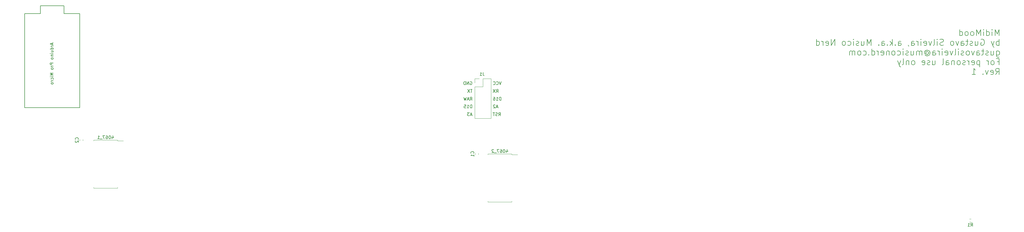
<source format=gbr>
%TF.GenerationSoftware,KiCad,Pcbnew,(5.1.7-0-10_14)*%
%TF.CreationDate,2020-11-05T11:53:55-03:00*%
%TF.ProjectId,MiniMood,4d696e69-4d6f-46f6-942e-6b696361645f,1*%
%TF.SameCoordinates,Original*%
%TF.FileFunction,Legend,Bot*%
%TF.FilePolarity,Positive*%
%FSLAX46Y46*%
G04 Gerber Fmt 4.6, Leading zero omitted, Abs format (unit mm)*
G04 Created by KiCad (PCBNEW (5.1.7-0-10_14)) date 2020-11-05 11:53:55*
%MOMM*%
%LPD*%
G01*
G04 APERTURE LIST*
%ADD10C,0.120000*%
%ADD11C,0.150000*%
G04 APERTURE END LIST*
D10*
X262000000Y-54100000D02*
X262000000Y-43900000D01*
X267200000Y-54100000D02*
X262000000Y-54100000D01*
X267200000Y-41300000D02*
X267200000Y-54100000D01*
X264600000Y-41300000D02*
X267200000Y-41300000D01*
X264600000Y-43900000D02*
X264600000Y-41300000D01*
X262000000Y-43900000D02*
X264600000Y-43900000D01*
X262000000Y-41300000D02*
X263400000Y-41300000D01*
X262000000Y-42600000D02*
X262000000Y-41300000D01*
D11*
X269362857Y-50476666D02*
X268886667Y-50476666D01*
X269458095Y-50762380D02*
X269124762Y-49762380D01*
X268791429Y-50762380D01*
X268505714Y-49857619D02*
X268458095Y-49810000D01*
X268362857Y-49762380D01*
X268124762Y-49762380D01*
X268029524Y-49810000D01*
X267981905Y-49857619D01*
X267934286Y-49952857D01*
X267934286Y-50048095D01*
X267981905Y-50190952D01*
X268553333Y-50762380D01*
X267934286Y-50762380D01*
X268886666Y-45742380D02*
X269220000Y-45266190D01*
X269458095Y-45742380D02*
X269458095Y-44742380D01*
X269077142Y-44742380D01*
X268981904Y-44790000D01*
X268934285Y-44837619D01*
X268886666Y-44932857D01*
X268886666Y-45075714D01*
X268934285Y-45170952D01*
X268981904Y-45218571D01*
X269077142Y-45266190D01*
X269458095Y-45266190D01*
X268553333Y-44742380D02*
X267886666Y-45742380D01*
X267886666Y-44742380D02*
X268553333Y-45742380D01*
X269648572Y-53272380D02*
X269981905Y-52796190D01*
X270220000Y-53272380D02*
X270220000Y-52272380D01*
X269839048Y-52272380D01*
X269743810Y-52320000D01*
X269696191Y-52367619D01*
X269648572Y-52462857D01*
X269648572Y-52605714D01*
X269696191Y-52700952D01*
X269743810Y-52748571D01*
X269839048Y-52796190D01*
X270220000Y-52796190D01*
X269267619Y-53224761D02*
X269124762Y-53272380D01*
X268886667Y-53272380D01*
X268791429Y-53224761D01*
X268743810Y-53177142D01*
X268696191Y-53081904D01*
X268696191Y-52986666D01*
X268743810Y-52891428D01*
X268791429Y-52843809D01*
X268886667Y-52796190D01*
X269077143Y-52748571D01*
X269172381Y-52700952D01*
X269220000Y-52653333D01*
X269267619Y-52558095D01*
X269267619Y-52462857D01*
X269220000Y-52367619D01*
X269172381Y-52320000D01*
X269077143Y-52272380D01*
X268839048Y-52272380D01*
X268696191Y-52320000D01*
X268410476Y-52272380D02*
X267839048Y-52272380D01*
X268124762Y-53272380D02*
X268124762Y-52272380D01*
X270505714Y-42232380D02*
X270172381Y-43232380D01*
X269839047Y-42232380D01*
X268934285Y-43137142D02*
X268981904Y-43184761D01*
X269124761Y-43232380D01*
X269220000Y-43232380D01*
X269362857Y-43184761D01*
X269458095Y-43089523D01*
X269505714Y-42994285D01*
X269553333Y-42803809D01*
X269553333Y-42660952D01*
X269505714Y-42470476D01*
X269458095Y-42375238D01*
X269362857Y-42280000D01*
X269220000Y-42232380D01*
X269124761Y-42232380D01*
X268981904Y-42280000D01*
X268934285Y-42327619D01*
X267934285Y-43137142D02*
X267981904Y-43184761D01*
X268124761Y-43232380D01*
X268220000Y-43232380D01*
X268362857Y-43184761D01*
X268458095Y-43089523D01*
X268505714Y-42994285D01*
X268553333Y-42803809D01*
X268553333Y-42660952D01*
X268505714Y-42470476D01*
X268458095Y-42375238D01*
X268362857Y-42280000D01*
X268220000Y-42232380D01*
X268124761Y-42232380D01*
X267981904Y-42280000D01*
X267934285Y-42327619D01*
X270410476Y-48252380D02*
X270410476Y-47252380D01*
X270172381Y-47252380D01*
X270029524Y-47300000D01*
X269934286Y-47395238D01*
X269886667Y-47490476D01*
X269839048Y-47680952D01*
X269839048Y-47823809D01*
X269886667Y-48014285D01*
X269934286Y-48109523D01*
X270029524Y-48204761D01*
X270172381Y-48252380D01*
X270410476Y-48252380D01*
X268886667Y-48252380D02*
X269458095Y-48252380D01*
X269172381Y-48252380D02*
X269172381Y-47252380D01*
X269267619Y-47395238D01*
X269362857Y-47490476D01*
X269458095Y-47538095D01*
X268029524Y-47252380D02*
X268220000Y-47252380D01*
X268315238Y-47300000D01*
X268362857Y-47347619D01*
X268458095Y-47490476D01*
X268505714Y-47680952D01*
X268505714Y-48061904D01*
X268458095Y-48157142D01*
X268410476Y-48204761D01*
X268315238Y-48252380D01*
X268124762Y-48252380D01*
X268029524Y-48204761D01*
X267981905Y-48157142D01*
X267934286Y-48061904D01*
X267934286Y-47823809D01*
X267981905Y-47728571D01*
X268029524Y-47680952D01*
X268124762Y-47633333D01*
X268315238Y-47633333D01*
X268410476Y-47680952D01*
X268458095Y-47728571D01*
X268505714Y-47823809D01*
X261053333Y-52986666D02*
X260577143Y-52986666D01*
X261148571Y-53272380D02*
X260815238Y-52272380D01*
X260481905Y-53272380D01*
X260243809Y-52272380D02*
X259624762Y-52272380D01*
X259958095Y-52653333D01*
X259815238Y-52653333D01*
X259720000Y-52700952D01*
X259672381Y-52748571D01*
X259624762Y-52843809D01*
X259624762Y-53081904D01*
X259672381Y-53177142D01*
X259720000Y-53224761D01*
X259815238Y-53272380D01*
X260100952Y-53272380D01*
X260196190Y-53224761D01*
X260243809Y-53177142D01*
X261005714Y-50762380D02*
X261005714Y-49762380D01*
X260767619Y-49762380D01*
X260624762Y-49810000D01*
X260529524Y-49905238D01*
X260481905Y-50000476D01*
X260434286Y-50190952D01*
X260434286Y-50333809D01*
X260481905Y-50524285D01*
X260529524Y-50619523D01*
X260624762Y-50714761D01*
X260767619Y-50762380D01*
X261005714Y-50762380D01*
X259481905Y-50762380D02*
X260053333Y-50762380D01*
X259767619Y-50762380D02*
X259767619Y-49762380D01*
X259862857Y-49905238D01*
X259958095Y-50000476D01*
X260053333Y-50048095D01*
X258577143Y-49762380D02*
X259053333Y-49762380D01*
X259100952Y-50238571D01*
X259053333Y-50190952D01*
X258958095Y-50143333D01*
X258720000Y-50143333D01*
X258624762Y-50190952D01*
X258577143Y-50238571D01*
X258529524Y-50333809D01*
X258529524Y-50571904D01*
X258577143Y-50667142D01*
X258624762Y-50714761D01*
X258720000Y-50762380D01*
X258958095Y-50762380D01*
X259053333Y-50714761D01*
X259100952Y-50667142D01*
X260434286Y-48252380D02*
X260767619Y-47776190D01*
X261005714Y-48252380D02*
X261005714Y-47252380D01*
X260624762Y-47252380D01*
X260529524Y-47300000D01*
X260481905Y-47347619D01*
X260434286Y-47442857D01*
X260434286Y-47585714D01*
X260481905Y-47680952D01*
X260529524Y-47728571D01*
X260624762Y-47776190D01*
X261005714Y-47776190D01*
X260053333Y-47966666D02*
X259577143Y-47966666D01*
X260148571Y-48252380D02*
X259815238Y-47252380D01*
X259481905Y-48252380D01*
X259243810Y-47252380D02*
X259005714Y-48252380D01*
X258815238Y-47538095D01*
X258624762Y-48252380D01*
X258386667Y-47252380D01*
X261148571Y-44742380D02*
X260577143Y-44742380D01*
X260862857Y-45742380D02*
X260862857Y-44742380D01*
X260339047Y-44742380D02*
X259672381Y-45742380D01*
X259672381Y-44742380D02*
X260339047Y-45742380D01*
X260481904Y-42280000D02*
X260577142Y-42232380D01*
X260720000Y-42232380D01*
X260862857Y-42280000D01*
X260958095Y-42375238D01*
X261005714Y-42470476D01*
X261053333Y-42660952D01*
X261053333Y-42803809D01*
X261005714Y-42994285D01*
X260958095Y-43089523D01*
X260862857Y-43184761D01*
X260720000Y-43232380D01*
X260624761Y-43232380D01*
X260481904Y-43184761D01*
X260434285Y-43137142D01*
X260434285Y-42803809D01*
X260624761Y-42803809D01*
X260005714Y-43232380D02*
X260005714Y-42232380D01*
X259434285Y-43232380D01*
X259434285Y-42232380D01*
X258958095Y-43232380D02*
X258958095Y-42232380D01*
X258720000Y-42232380D01*
X258577142Y-42280000D01*
X258481904Y-42375238D01*
X258434285Y-42470476D01*
X258386666Y-42660952D01*
X258386666Y-42803809D01*
X258434285Y-42994285D01*
X258481904Y-43089523D01*
X258577142Y-43184761D01*
X258720000Y-43232380D01*
X258958095Y-43232380D01*
X431246309Y-27324761D02*
X431246309Y-25324761D01*
X430579642Y-26753333D01*
X429912976Y-25324761D01*
X429912976Y-27324761D01*
X428960595Y-27324761D02*
X428960595Y-25991428D01*
X428960595Y-25324761D02*
X429055833Y-25420000D01*
X428960595Y-25515238D01*
X428865357Y-25420000D01*
X428960595Y-25324761D01*
X428960595Y-25515238D01*
X427151071Y-27324761D02*
X427151071Y-25324761D01*
X427151071Y-27229523D02*
X427341547Y-27324761D01*
X427722500Y-27324761D01*
X427912976Y-27229523D01*
X428008214Y-27134285D01*
X428103452Y-26943809D01*
X428103452Y-26372380D01*
X428008214Y-26181904D01*
X427912976Y-26086666D01*
X427722500Y-25991428D01*
X427341547Y-25991428D01*
X427151071Y-26086666D01*
X426198690Y-27324761D02*
X426198690Y-25991428D01*
X426198690Y-25324761D02*
X426293928Y-25420000D01*
X426198690Y-25515238D01*
X426103452Y-25420000D01*
X426198690Y-25324761D01*
X426198690Y-25515238D01*
X425246309Y-27324761D02*
X425246309Y-25324761D01*
X424579642Y-26753333D01*
X423912976Y-25324761D01*
X423912976Y-27324761D01*
X422674880Y-27324761D02*
X422865357Y-27229523D01*
X422960595Y-27134285D01*
X423055833Y-26943809D01*
X423055833Y-26372380D01*
X422960595Y-26181904D01*
X422865357Y-26086666D01*
X422674880Y-25991428D01*
X422389166Y-25991428D01*
X422198690Y-26086666D01*
X422103452Y-26181904D01*
X422008214Y-26372380D01*
X422008214Y-26943809D01*
X422103452Y-27134285D01*
X422198690Y-27229523D01*
X422389166Y-27324761D01*
X422674880Y-27324761D01*
X420865357Y-27324761D02*
X421055833Y-27229523D01*
X421151071Y-27134285D01*
X421246309Y-26943809D01*
X421246309Y-26372380D01*
X421151071Y-26181904D01*
X421055833Y-26086666D01*
X420865357Y-25991428D01*
X420579642Y-25991428D01*
X420389166Y-26086666D01*
X420293928Y-26181904D01*
X420198690Y-26372380D01*
X420198690Y-26943809D01*
X420293928Y-27134285D01*
X420389166Y-27229523D01*
X420579642Y-27324761D01*
X420865357Y-27324761D01*
X418484404Y-27324761D02*
X418484404Y-25324761D01*
X418484404Y-27229523D02*
X418674880Y-27324761D01*
X419055833Y-27324761D01*
X419246309Y-27229523D01*
X419341547Y-27134285D01*
X419436785Y-26943809D01*
X419436785Y-26372380D01*
X419341547Y-26181904D01*
X419246309Y-26086666D01*
X419055833Y-25991428D01*
X418674880Y-25991428D01*
X418484404Y-26086666D01*
X431246309Y-30474761D02*
X431246309Y-28474761D01*
X431246309Y-29236666D02*
X431055833Y-29141428D01*
X430674880Y-29141428D01*
X430484404Y-29236666D01*
X430389166Y-29331904D01*
X430293928Y-29522380D01*
X430293928Y-30093809D01*
X430389166Y-30284285D01*
X430484404Y-30379523D01*
X430674880Y-30474761D01*
X431055833Y-30474761D01*
X431246309Y-30379523D01*
X429627261Y-29141428D02*
X429151071Y-30474761D01*
X428674880Y-29141428D02*
X429151071Y-30474761D01*
X429341547Y-30950952D01*
X429436785Y-31046190D01*
X429627261Y-31141428D01*
X425341547Y-28570000D02*
X425532023Y-28474761D01*
X425817738Y-28474761D01*
X426103452Y-28570000D01*
X426293928Y-28760476D01*
X426389166Y-28950952D01*
X426484404Y-29331904D01*
X426484404Y-29617619D01*
X426389166Y-29998571D01*
X426293928Y-30189047D01*
X426103452Y-30379523D01*
X425817738Y-30474761D01*
X425627261Y-30474761D01*
X425341547Y-30379523D01*
X425246309Y-30284285D01*
X425246309Y-29617619D01*
X425627261Y-29617619D01*
X423532023Y-29141428D02*
X423532023Y-30474761D01*
X424389166Y-29141428D02*
X424389166Y-30189047D01*
X424293928Y-30379523D01*
X424103452Y-30474761D01*
X423817738Y-30474761D01*
X423627261Y-30379523D01*
X423532023Y-30284285D01*
X422674880Y-30379523D02*
X422484404Y-30474761D01*
X422103452Y-30474761D01*
X421912976Y-30379523D01*
X421817738Y-30189047D01*
X421817738Y-30093809D01*
X421912976Y-29903333D01*
X422103452Y-29808095D01*
X422389166Y-29808095D01*
X422579642Y-29712857D01*
X422674880Y-29522380D01*
X422674880Y-29427142D01*
X422579642Y-29236666D01*
X422389166Y-29141428D01*
X422103452Y-29141428D01*
X421912976Y-29236666D01*
X421246309Y-29141428D02*
X420484404Y-29141428D01*
X420960595Y-28474761D02*
X420960595Y-30189047D01*
X420865357Y-30379523D01*
X420674880Y-30474761D01*
X420484404Y-30474761D01*
X418960595Y-30474761D02*
X418960595Y-29427142D01*
X419055833Y-29236666D01*
X419246309Y-29141428D01*
X419627261Y-29141428D01*
X419817738Y-29236666D01*
X418960595Y-30379523D02*
X419151071Y-30474761D01*
X419627261Y-30474761D01*
X419817738Y-30379523D01*
X419912976Y-30189047D01*
X419912976Y-29998571D01*
X419817738Y-29808095D01*
X419627261Y-29712857D01*
X419151071Y-29712857D01*
X418960595Y-29617619D01*
X418198690Y-29141428D02*
X417722500Y-30474761D01*
X417246309Y-29141428D01*
X416198690Y-30474761D02*
X416389166Y-30379523D01*
X416484404Y-30284285D01*
X416579642Y-30093809D01*
X416579642Y-29522380D01*
X416484404Y-29331904D01*
X416389166Y-29236666D01*
X416198690Y-29141428D01*
X415912976Y-29141428D01*
X415722500Y-29236666D01*
X415627261Y-29331904D01*
X415532023Y-29522380D01*
X415532023Y-30093809D01*
X415627261Y-30284285D01*
X415722500Y-30379523D01*
X415912976Y-30474761D01*
X416198690Y-30474761D01*
X413246309Y-30379523D02*
X412960595Y-30474761D01*
X412484404Y-30474761D01*
X412293928Y-30379523D01*
X412198690Y-30284285D01*
X412103452Y-30093809D01*
X412103452Y-29903333D01*
X412198690Y-29712857D01*
X412293928Y-29617619D01*
X412484404Y-29522380D01*
X412865357Y-29427142D01*
X413055833Y-29331904D01*
X413151071Y-29236666D01*
X413246309Y-29046190D01*
X413246309Y-28855714D01*
X413151071Y-28665238D01*
X413055833Y-28570000D01*
X412865357Y-28474761D01*
X412389166Y-28474761D01*
X412103452Y-28570000D01*
X411246309Y-30474761D02*
X411246309Y-29141428D01*
X411246309Y-28474761D02*
X411341547Y-28570000D01*
X411246309Y-28665238D01*
X411151071Y-28570000D01*
X411246309Y-28474761D01*
X411246309Y-28665238D01*
X410008214Y-30474761D02*
X410198690Y-30379523D01*
X410293928Y-30189047D01*
X410293928Y-28474761D01*
X409436785Y-29141428D02*
X408960595Y-30474761D01*
X408484404Y-29141428D01*
X406960595Y-30379523D02*
X407151071Y-30474761D01*
X407532023Y-30474761D01*
X407722500Y-30379523D01*
X407817738Y-30189047D01*
X407817738Y-29427142D01*
X407722500Y-29236666D01*
X407532023Y-29141428D01*
X407151071Y-29141428D01*
X406960595Y-29236666D01*
X406865357Y-29427142D01*
X406865357Y-29617619D01*
X407817738Y-29808095D01*
X406008214Y-30474761D02*
X406008214Y-29141428D01*
X406008214Y-28474761D02*
X406103452Y-28570000D01*
X406008214Y-28665238D01*
X405912976Y-28570000D01*
X406008214Y-28474761D01*
X406008214Y-28665238D01*
X405055833Y-30474761D02*
X405055833Y-29141428D01*
X405055833Y-29522380D02*
X404960595Y-29331904D01*
X404865357Y-29236666D01*
X404674880Y-29141428D01*
X404484404Y-29141428D01*
X402960595Y-30474761D02*
X402960595Y-29427142D01*
X403055833Y-29236666D01*
X403246309Y-29141428D01*
X403627261Y-29141428D01*
X403817738Y-29236666D01*
X402960595Y-30379523D02*
X403151071Y-30474761D01*
X403627261Y-30474761D01*
X403817738Y-30379523D01*
X403912976Y-30189047D01*
X403912976Y-29998571D01*
X403817738Y-29808095D01*
X403627261Y-29712857D01*
X403151071Y-29712857D01*
X402960595Y-29617619D01*
X401912976Y-30379523D02*
X401912976Y-30474761D01*
X402008214Y-30665238D01*
X402103452Y-30760476D01*
X398674880Y-30474761D02*
X398674880Y-29427142D01*
X398770119Y-29236666D01*
X398960595Y-29141428D01*
X399341547Y-29141428D01*
X399532023Y-29236666D01*
X398674880Y-30379523D02*
X398865357Y-30474761D01*
X399341547Y-30474761D01*
X399532023Y-30379523D01*
X399627261Y-30189047D01*
X399627261Y-29998571D01*
X399532023Y-29808095D01*
X399341547Y-29712857D01*
X398865357Y-29712857D01*
X398674880Y-29617619D01*
X397722500Y-30284285D02*
X397627261Y-30379523D01*
X397722500Y-30474761D01*
X397817738Y-30379523D01*
X397722500Y-30284285D01*
X397722500Y-30474761D01*
X396770119Y-30474761D02*
X396770119Y-28474761D01*
X396579642Y-29712857D02*
X396008214Y-30474761D01*
X396008214Y-29141428D02*
X396770119Y-29903333D01*
X395151071Y-30284285D02*
X395055833Y-30379523D01*
X395151071Y-30474761D01*
X395246309Y-30379523D01*
X395151071Y-30284285D01*
X395151071Y-30474761D01*
X393341547Y-30474761D02*
X393341547Y-29427142D01*
X393436785Y-29236666D01*
X393627261Y-29141428D01*
X394008214Y-29141428D01*
X394198690Y-29236666D01*
X393341547Y-30379523D02*
X393532023Y-30474761D01*
X394008214Y-30474761D01*
X394198690Y-30379523D01*
X394293928Y-30189047D01*
X394293928Y-29998571D01*
X394198690Y-29808095D01*
X394008214Y-29712857D01*
X393532023Y-29712857D01*
X393341547Y-29617619D01*
X392389166Y-30284285D02*
X392293928Y-30379523D01*
X392389166Y-30474761D01*
X392484404Y-30379523D01*
X392389166Y-30284285D01*
X392389166Y-30474761D01*
X389912976Y-30474761D02*
X389912976Y-28474761D01*
X389246309Y-29903333D01*
X388579642Y-28474761D01*
X388579642Y-30474761D01*
X386770119Y-29141428D02*
X386770119Y-30474761D01*
X387627261Y-29141428D02*
X387627261Y-30189047D01*
X387532023Y-30379523D01*
X387341547Y-30474761D01*
X387055833Y-30474761D01*
X386865357Y-30379523D01*
X386770119Y-30284285D01*
X385912976Y-30379523D02*
X385722500Y-30474761D01*
X385341547Y-30474761D01*
X385151071Y-30379523D01*
X385055833Y-30189047D01*
X385055833Y-30093809D01*
X385151071Y-29903333D01*
X385341547Y-29808095D01*
X385627261Y-29808095D01*
X385817738Y-29712857D01*
X385912976Y-29522380D01*
X385912976Y-29427142D01*
X385817738Y-29236666D01*
X385627261Y-29141428D01*
X385341547Y-29141428D01*
X385151071Y-29236666D01*
X384198690Y-30474761D02*
X384198690Y-29141428D01*
X384198690Y-28474761D02*
X384293928Y-28570000D01*
X384198690Y-28665238D01*
X384103452Y-28570000D01*
X384198690Y-28474761D01*
X384198690Y-28665238D01*
X382389166Y-30379523D02*
X382579642Y-30474761D01*
X382960595Y-30474761D01*
X383151071Y-30379523D01*
X383246309Y-30284285D01*
X383341547Y-30093809D01*
X383341547Y-29522380D01*
X383246309Y-29331904D01*
X383151071Y-29236666D01*
X382960595Y-29141428D01*
X382579642Y-29141428D01*
X382389166Y-29236666D01*
X381246309Y-30474761D02*
X381436785Y-30379523D01*
X381532023Y-30284285D01*
X381627261Y-30093809D01*
X381627261Y-29522380D01*
X381532023Y-29331904D01*
X381436785Y-29236666D01*
X381246309Y-29141428D01*
X380960595Y-29141428D01*
X380770119Y-29236666D01*
X380674880Y-29331904D01*
X380579642Y-29522380D01*
X380579642Y-30093809D01*
X380674880Y-30284285D01*
X380770119Y-30379523D01*
X380960595Y-30474761D01*
X381246309Y-30474761D01*
X378198690Y-30474761D02*
X378198690Y-28474761D01*
X377055833Y-30474761D01*
X377055833Y-28474761D01*
X375341547Y-30379523D02*
X375532023Y-30474761D01*
X375912976Y-30474761D01*
X376103452Y-30379523D01*
X376198690Y-30189047D01*
X376198690Y-29427142D01*
X376103452Y-29236666D01*
X375912976Y-29141428D01*
X375532023Y-29141428D01*
X375341547Y-29236666D01*
X375246309Y-29427142D01*
X375246309Y-29617619D01*
X376198690Y-29808095D01*
X374389166Y-30474761D02*
X374389166Y-29141428D01*
X374389166Y-29522380D02*
X374293928Y-29331904D01*
X374198690Y-29236666D01*
X374008214Y-29141428D01*
X373817738Y-29141428D01*
X372293928Y-30474761D02*
X372293928Y-28474761D01*
X372293928Y-30379523D02*
X372484404Y-30474761D01*
X372865357Y-30474761D01*
X373055833Y-30379523D01*
X373151071Y-30284285D01*
X373246309Y-30093809D01*
X373246309Y-29522380D01*
X373151071Y-29331904D01*
X373055833Y-29236666D01*
X372865357Y-29141428D01*
X372484404Y-29141428D01*
X372293928Y-29236666D01*
X430389166Y-32291428D02*
X430389166Y-33910476D01*
X430484404Y-34100952D01*
X430579642Y-34196190D01*
X430770119Y-34291428D01*
X431055833Y-34291428D01*
X431246309Y-34196190D01*
X430389166Y-33529523D02*
X430579642Y-33624761D01*
X430960595Y-33624761D01*
X431151071Y-33529523D01*
X431246309Y-33434285D01*
X431341547Y-33243809D01*
X431341547Y-32672380D01*
X431246309Y-32481904D01*
X431151071Y-32386666D01*
X430960595Y-32291428D01*
X430579642Y-32291428D01*
X430389166Y-32386666D01*
X428579642Y-32291428D02*
X428579642Y-33624761D01*
X429436785Y-32291428D02*
X429436785Y-33339047D01*
X429341547Y-33529523D01*
X429151071Y-33624761D01*
X428865357Y-33624761D01*
X428674880Y-33529523D01*
X428579642Y-33434285D01*
X427722500Y-33529523D02*
X427532023Y-33624761D01*
X427151071Y-33624761D01*
X426960595Y-33529523D01*
X426865357Y-33339047D01*
X426865357Y-33243809D01*
X426960595Y-33053333D01*
X427151071Y-32958095D01*
X427436785Y-32958095D01*
X427627261Y-32862857D01*
X427722500Y-32672380D01*
X427722500Y-32577142D01*
X427627261Y-32386666D01*
X427436785Y-32291428D01*
X427151071Y-32291428D01*
X426960595Y-32386666D01*
X426293928Y-32291428D02*
X425532023Y-32291428D01*
X426008214Y-31624761D02*
X426008214Y-33339047D01*
X425912976Y-33529523D01*
X425722500Y-33624761D01*
X425532023Y-33624761D01*
X424008214Y-33624761D02*
X424008214Y-32577142D01*
X424103452Y-32386666D01*
X424293928Y-32291428D01*
X424674880Y-32291428D01*
X424865357Y-32386666D01*
X424008214Y-33529523D02*
X424198690Y-33624761D01*
X424674880Y-33624761D01*
X424865357Y-33529523D01*
X424960595Y-33339047D01*
X424960595Y-33148571D01*
X424865357Y-32958095D01*
X424674880Y-32862857D01*
X424198690Y-32862857D01*
X424008214Y-32767619D01*
X423246309Y-32291428D02*
X422770119Y-33624761D01*
X422293928Y-32291428D01*
X421246309Y-33624761D02*
X421436785Y-33529523D01*
X421532023Y-33434285D01*
X421627261Y-33243809D01*
X421627261Y-32672380D01*
X421532023Y-32481904D01*
X421436785Y-32386666D01*
X421246309Y-32291428D01*
X420960595Y-32291428D01*
X420770119Y-32386666D01*
X420674880Y-32481904D01*
X420579642Y-32672380D01*
X420579642Y-33243809D01*
X420674880Y-33434285D01*
X420770119Y-33529523D01*
X420960595Y-33624761D01*
X421246309Y-33624761D01*
X419817738Y-33529523D02*
X419627261Y-33624761D01*
X419246309Y-33624761D01*
X419055833Y-33529523D01*
X418960595Y-33339047D01*
X418960595Y-33243809D01*
X419055833Y-33053333D01*
X419246309Y-32958095D01*
X419532023Y-32958095D01*
X419722500Y-32862857D01*
X419817738Y-32672380D01*
X419817738Y-32577142D01*
X419722500Y-32386666D01*
X419532023Y-32291428D01*
X419246309Y-32291428D01*
X419055833Y-32386666D01*
X418103452Y-33624761D02*
X418103452Y-32291428D01*
X418103452Y-31624761D02*
X418198690Y-31720000D01*
X418103452Y-31815238D01*
X418008214Y-31720000D01*
X418103452Y-31624761D01*
X418103452Y-31815238D01*
X416865357Y-33624761D02*
X417055833Y-33529523D01*
X417151071Y-33339047D01*
X417151071Y-31624761D01*
X416293928Y-32291428D02*
X415817738Y-33624761D01*
X415341547Y-32291428D01*
X413817738Y-33529523D02*
X414008214Y-33624761D01*
X414389166Y-33624761D01*
X414579642Y-33529523D01*
X414674880Y-33339047D01*
X414674880Y-32577142D01*
X414579642Y-32386666D01*
X414389166Y-32291428D01*
X414008214Y-32291428D01*
X413817738Y-32386666D01*
X413722500Y-32577142D01*
X413722500Y-32767619D01*
X414674880Y-32958095D01*
X412865357Y-33624761D02*
X412865357Y-32291428D01*
X412865357Y-31624761D02*
X412960595Y-31720000D01*
X412865357Y-31815238D01*
X412770119Y-31720000D01*
X412865357Y-31624761D01*
X412865357Y-31815238D01*
X411912976Y-33624761D02*
X411912976Y-32291428D01*
X411912976Y-32672380D02*
X411817738Y-32481904D01*
X411722500Y-32386666D01*
X411532023Y-32291428D01*
X411341547Y-32291428D01*
X409817738Y-33624761D02*
X409817738Y-32577142D01*
X409912976Y-32386666D01*
X410103452Y-32291428D01*
X410484404Y-32291428D01*
X410674880Y-32386666D01*
X409817738Y-33529523D02*
X410008214Y-33624761D01*
X410484404Y-33624761D01*
X410674880Y-33529523D01*
X410770119Y-33339047D01*
X410770119Y-33148571D01*
X410674880Y-32958095D01*
X410484404Y-32862857D01*
X410008214Y-32862857D01*
X409817738Y-32767619D01*
X407627261Y-32672380D02*
X407722500Y-32577142D01*
X407912976Y-32481904D01*
X408103452Y-32481904D01*
X408293928Y-32577142D01*
X408389166Y-32672380D01*
X408484404Y-32862857D01*
X408484404Y-33053333D01*
X408389166Y-33243809D01*
X408293928Y-33339047D01*
X408103452Y-33434285D01*
X407912976Y-33434285D01*
X407722500Y-33339047D01*
X407627261Y-33243809D01*
X407627261Y-32481904D02*
X407627261Y-33243809D01*
X407532023Y-33339047D01*
X407436785Y-33339047D01*
X407246309Y-33243809D01*
X407151071Y-33053333D01*
X407151071Y-32577142D01*
X407341547Y-32291428D01*
X407627261Y-32100952D01*
X408008214Y-32005714D01*
X408389166Y-32100952D01*
X408674880Y-32291428D01*
X408865357Y-32577142D01*
X408960595Y-32958095D01*
X408865357Y-33339047D01*
X408674880Y-33624761D01*
X408389166Y-33815238D01*
X408008214Y-33910476D01*
X407627261Y-33815238D01*
X407341547Y-33624761D01*
X406293928Y-33624761D02*
X406293928Y-32291428D01*
X406293928Y-32481904D02*
X406198690Y-32386666D01*
X406008214Y-32291428D01*
X405722500Y-32291428D01*
X405532023Y-32386666D01*
X405436785Y-32577142D01*
X405436785Y-33624761D01*
X405436785Y-32577142D02*
X405341547Y-32386666D01*
X405151071Y-32291428D01*
X404865357Y-32291428D01*
X404674880Y-32386666D01*
X404579642Y-32577142D01*
X404579642Y-33624761D01*
X402770119Y-32291428D02*
X402770119Y-33624761D01*
X403627261Y-32291428D02*
X403627261Y-33339047D01*
X403532023Y-33529523D01*
X403341547Y-33624761D01*
X403055833Y-33624761D01*
X402865357Y-33529523D01*
X402770119Y-33434285D01*
X401912976Y-33529523D02*
X401722500Y-33624761D01*
X401341547Y-33624761D01*
X401151071Y-33529523D01*
X401055833Y-33339047D01*
X401055833Y-33243809D01*
X401151071Y-33053333D01*
X401341547Y-32958095D01*
X401627261Y-32958095D01*
X401817738Y-32862857D01*
X401912976Y-32672380D01*
X401912976Y-32577142D01*
X401817738Y-32386666D01*
X401627261Y-32291428D01*
X401341547Y-32291428D01*
X401151071Y-32386666D01*
X400198690Y-33624761D02*
X400198690Y-32291428D01*
X400198690Y-31624761D02*
X400293928Y-31720000D01*
X400198690Y-31815238D01*
X400103452Y-31720000D01*
X400198690Y-31624761D01*
X400198690Y-31815238D01*
X398389166Y-33529523D02*
X398579642Y-33624761D01*
X398960595Y-33624761D01*
X399151071Y-33529523D01*
X399246309Y-33434285D01*
X399341547Y-33243809D01*
X399341547Y-32672380D01*
X399246309Y-32481904D01*
X399151071Y-32386666D01*
X398960595Y-32291428D01*
X398579642Y-32291428D01*
X398389166Y-32386666D01*
X397246309Y-33624761D02*
X397436785Y-33529523D01*
X397532023Y-33434285D01*
X397627261Y-33243809D01*
X397627261Y-32672380D01*
X397532023Y-32481904D01*
X397436785Y-32386666D01*
X397246309Y-32291428D01*
X396960595Y-32291428D01*
X396770119Y-32386666D01*
X396674880Y-32481904D01*
X396579642Y-32672380D01*
X396579642Y-33243809D01*
X396674880Y-33434285D01*
X396770119Y-33529523D01*
X396960595Y-33624761D01*
X397246309Y-33624761D01*
X395722500Y-32291428D02*
X395722500Y-33624761D01*
X395722500Y-32481904D02*
X395627261Y-32386666D01*
X395436785Y-32291428D01*
X395151071Y-32291428D01*
X394960595Y-32386666D01*
X394865357Y-32577142D01*
X394865357Y-33624761D01*
X393151071Y-33529523D02*
X393341547Y-33624761D01*
X393722500Y-33624761D01*
X393912976Y-33529523D01*
X394008214Y-33339047D01*
X394008214Y-32577142D01*
X393912976Y-32386666D01*
X393722500Y-32291428D01*
X393341547Y-32291428D01*
X393151071Y-32386666D01*
X393055833Y-32577142D01*
X393055833Y-32767619D01*
X394008214Y-32958095D01*
X392198690Y-33624761D02*
X392198690Y-32291428D01*
X392198690Y-32672380D02*
X392103452Y-32481904D01*
X392008214Y-32386666D01*
X391817738Y-32291428D01*
X391627261Y-32291428D01*
X390103452Y-33624761D02*
X390103452Y-31624761D01*
X390103452Y-33529523D02*
X390293928Y-33624761D01*
X390674880Y-33624761D01*
X390865357Y-33529523D01*
X390960595Y-33434285D01*
X391055833Y-33243809D01*
X391055833Y-32672380D01*
X390960595Y-32481904D01*
X390865357Y-32386666D01*
X390674880Y-32291428D01*
X390293928Y-32291428D01*
X390103452Y-32386666D01*
X389151071Y-33434285D02*
X389055833Y-33529523D01*
X389151071Y-33624761D01*
X389246309Y-33529523D01*
X389151071Y-33434285D01*
X389151071Y-33624761D01*
X387341547Y-33529523D02*
X387532023Y-33624761D01*
X387912976Y-33624761D01*
X388103452Y-33529523D01*
X388198690Y-33434285D01*
X388293928Y-33243809D01*
X388293928Y-32672380D01*
X388198690Y-32481904D01*
X388103452Y-32386666D01*
X387912976Y-32291428D01*
X387532023Y-32291428D01*
X387341547Y-32386666D01*
X386198690Y-33624761D02*
X386389166Y-33529523D01*
X386484404Y-33434285D01*
X386579642Y-33243809D01*
X386579642Y-32672380D01*
X386484404Y-32481904D01*
X386389166Y-32386666D01*
X386198690Y-32291428D01*
X385912976Y-32291428D01*
X385722500Y-32386666D01*
X385627261Y-32481904D01*
X385532023Y-32672380D01*
X385532023Y-33243809D01*
X385627261Y-33434285D01*
X385722500Y-33529523D01*
X385912976Y-33624761D01*
X386198690Y-33624761D01*
X384674880Y-33624761D02*
X384674880Y-32291428D01*
X384674880Y-32481904D02*
X384579642Y-32386666D01*
X384389166Y-32291428D01*
X384103452Y-32291428D01*
X383912976Y-32386666D01*
X383817738Y-32577142D01*
X383817738Y-33624761D01*
X383817738Y-32577142D02*
X383722500Y-32386666D01*
X383532023Y-32291428D01*
X383246309Y-32291428D01*
X383055833Y-32386666D01*
X382960595Y-32577142D01*
X382960595Y-33624761D01*
X430579642Y-35727142D02*
X431246309Y-35727142D01*
X431246309Y-36774761D02*
X431246309Y-34774761D01*
X430293928Y-34774761D01*
X429246309Y-36774761D02*
X429436785Y-36679523D01*
X429532023Y-36584285D01*
X429627261Y-36393809D01*
X429627261Y-35822380D01*
X429532023Y-35631904D01*
X429436785Y-35536666D01*
X429246309Y-35441428D01*
X428960595Y-35441428D01*
X428770119Y-35536666D01*
X428674880Y-35631904D01*
X428579642Y-35822380D01*
X428579642Y-36393809D01*
X428674880Y-36584285D01*
X428770119Y-36679523D01*
X428960595Y-36774761D01*
X429246309Y-36774761D01*
X427722500Y-36774761D02*
X427722500Y-35441428D01*
X427722500Y-35822380D02*
X427627261Y-35631904D01*
X427532023Y-35536666D01*
X427341547Y-35441428D01*
X427151071Y-35441428D01*
X424960595Y-35441428D02*
X424960595Y-37441428D01*
X424960595Y-35536666D02*
X424770119Y-35441428D01*
X424389166Y-35441428D01*
X424198690Y-35536666D01*
X424103452Y-35631904D01*
X424008214Y-35822380D01*
X424008214Y-36393809D01*
X424103452Y-36584285D01*
X424198690Y-36679523D01*
X424389166Y-36774761D01*
X424770119Y-36774761D01*
X424960595Y-36679523D01*
X422389166Y-36679523D02*
X422579642Y-36774761D01*
X422960595Y-36774761D01*
X423151071Y-36679523D01*
X423246309Y-36489047D01*
X423246309Y-35727142D01*
X423151071Y-35536666D01*
X422960595Y-35441428D01*
X422579642Y-35441428D01*
X422389166Y-35536666D01*
X422293928Y-35727142D01*
X422293928Y-35917619D01*
X423246309Y-36108095D01*
X421436785Y-36774761D02*
X421436785Y-35441428D01*
X421436785Y-35822380D02*
X421341547Y-35631904D01*
X421246309Y-35536666D01*
X421055833Y-35441428D01*
X420865357Y-35441428D01*
X420293928Y-36679523D02*
X420103452Y-36774761D01*
X419722500Y-36774761D01*
X419532023Y-36679523D01*
X419436785Y-36489047D01*
X419436785Y-36393809D01*
X419532023Y-36203333D01*
X419722500Y-36108095D01*
X420008214Y-36108095D01*
X420198690Y-36012857D01*
X420293928Y-35822380D01*
X420293928Y-35727142D01*
X420198690Y-35536666D01*
X420008214Y-35441428D01*
X419722500Y-35441428D01*
X419532023Y-35536666D01*
X418293928Y-36774761D02*
X418484404Y-36679523D01*
X418579642Y-36584285D01*
X418674880Y-36393809D01*
X418674880Y-35822380D01*
X418579642Y-35631904D01*
X418484404Y-35536666D01*
X418293928Y-35441428D01*
X418008214Y-35441428D01*
X417817738Y-35536666D01*
X417722500Y-35631904D01*
X417627261Y-35822380D01*
X417627261Y-36393809D01*
X417722500Y-36584285D01*
X417817738Y-36679523D01*
X418008214Y-36774761D01*
X418293928Y-36774761D01*
X416770119Y-35441428D02*
X416770119Y-36774761D01*
X416770119Y-35631904D02*
X416674880Y-35536666D01*
X416484404Y-35441428D01*
X416198690Y-35441428D01*
X416008214Y-35536666D01*
X415912976Y-35727142D01*
X415912976Y-36774761D01*
X414103452Y-36774761D02*
X414103452Y-35727142D01*
X414198690Y-35536666D01*
X414389166Y-35441428D01*
X414770119Y-35441428D01*
X414960595Y-35536666D01*
X414103452Y-36679523D02*
X414293928Y-36774761D01*
X414770119Y-36774761D01*
X414960595Y-36679523D01*
X415055833Y-36489047D01*
X415055833Y-36298571D01*
X414960595Y-36108095D01*
X414770119Y-36012857D01*
X414293928Y-36012857D01*
X414103452Y-35917619D01*
X412865357Y-36774761D02*
X413055833Y-36679523D01*
X413151071Y-36489047D01*
X413151071Y-34774761D01*
X409722500Y-35441428D02*
X409722500Y-36774761D01*
X410579642Y-35441428D02*
X410579642Y-36489047D01*
X410484404Y-36679523D01*
X410293928Y-36774761D01*
X410008214Y-36774761D01*
X409817738Y-36679523D01*
X409722500Y-36584285D01*
X408865357Y-36679523D02*
X408674880Y-36774761D01*
X408293928Y-36774761D01*
X408103452Y-36679523D01*
X408008214Y-36489047D01*
X408008214Y-36393809D01*
X408103452Y-36203333D01*
X408293928Y-36108095D01*
X408579642Y-36108095D01*
X408770119Y-36012857D01*
X408865357Y-35822380D01*
X408865357Y-35727142D01*
X408770119Y-35536666D01*
X408579642Y-35441428D01*
X408293928Y-35441428D01*
X408103452Y-35536666D01*
X406389166Y-36679523D02*
X406579642Y-36774761D01*
X406960595Y-36774761D01*
X407151071Y-36679523D01*
X407246309Y-36489047D01*
X407246309Y-35727142D01*
X407151071Y-35536666D01*
X406960595Y-35441428D01*
X406579642Y-35441428D01*
X406389166Y-35536666D01*
X406293928Y-35727142D01*
X406293928Y-35917619D01*
X407246309Y-36108095D01*
X403627261Y-36774761D02*
X403817738Y-36679523D01*
X403912976Y-36584285D01*
X404008214Y-36393809D01*
X404008214Y-35822380D01*
X403912976Y-35631904D01*
X403817738Y-35536666D01*
X403627261Y-35441428D01*
X403341547Y-35441428D01*
X403151071Y-35536666D01*
X403055833Y-35631904D01*
X402960595Y-35822380D01*
X402960595Y-36393809D01*
X403055833Y-36584285D01*
X403151071Y-36679523D01*
X403341547Y-36774761D01*
X403627261Y-36774761D01*
X402103452Y-35441428D02*
X402103452Y-36774761D01*
X402103452Y-35631904D02*
X402008214Y-35536666D01*
X401817738Y-35441428D01*
X401532023Y-35441428D01*
X401341547Y-35536666D01*
X401246309Y-35727142D01*
X401246309Y-36774761D01*
X400008214Y-36774761D02*
X400198690Y-36679523D01*
X400293928Y-36489047D01*
X400293928Y-34774761D01*
X399436785Y-35441428D02*
X398960595Y-36774761D01*
X398484404Y-35441428D02*
X398960595Y-36774761D01*
X399151071Y-37250952D01*
X399246309Y-37346190D01*
X399436785Y-37441428D01*
X430103452Y-39924761D02*
X430770119Y-38972380D01*
X431246309Y-39924761D02*
X431246309Y-37924761D01*
X430484404Y-37924761D01*
X430293928Y-38020000D01*
X430198690Y-38115238D01*
X430103452Y-38305714D01*
X430103452Y-38591428D01*
X430198690Y-38781904D01*
X430293928Y-38877142D01*
X430484404Y-38972380D01*
X431246309Y-38972380D01*
X428484404Y-39829523D02*
X428674880Y-39924761D01*
X429055833Y-39924761D01*
X429246309Y-39829523D01*
X429341547Y-39639047D01*
X429341547Y-38877142D01*
X429246309Y-38686666D01*
X429055833Y-38591428D01*
X428674880Y-38591428D01*
X428484404Y-38686666D01*
X428389166Y-38877142D01*
X428389166Y-39067619D01*
X429341547Y-39258095D01*
X427722500Y-38591428D02*
X427246309Y-39924761D01*
X426770119Y-38591428D01*
X426008214Y-39734285D02*
X425912976Y-39829523D01*
X426008214Y-39924761D01*
X426103452Y-39829523D01*
X426008214Y-39734285D01*
X426008214Y-39924761D01*
X422484404Y-39924761D02*
X423627261Y-39924761D01*
X423055833Y-39924761D02*
X423055833Y-37924761D01*
X423246309Y-38210476D01*
X423436785Y-38400952D01*
X423627261Y-38496190D01*
X125606666Y-29780952D02*
X125606666Y-30257142D01*
X125892380Y-29685714D02*
X124892380Y-30019047D01*
X125892380Y-30352380D01*
X125892380Y-30685714D02*
X125225714Y-30685714D01*
X125416190Y-30685714D02*
X125320952Y-30733333D01*
X125273333Y-30780952D01*
X125225714Y-30876190D01*
X125225714Y-30971428D01*
X125892380Y-31733333D02*
X124892380Y-31733333D01*
X125844761Y-31733333D02*
X125892380Y-31638095D01*
X125892380Y-31447619D01*
X125844761Y-31352380D01*
X125797142Y-31304761D01*
X125701904Y-31257142D01*
X125416190Y-31257142D01*
X125320952Y-31304761D01*
X125273333Y-31352380D01*
X125225714Y-31447619D01*
X125225714Y-31638095D01*
X125273333Y-31733333D01*
X125225714Y-32638095D02*
X125892380Y-32638095D01*
X125225714Y-32209523D02*
X125749523Y-32209523D01*
X125844761Y-32257142D01*
X125892380Y-32352380D01*
X125892380Y-32495238D01*
X125844761Y-32590476D01*
X125797142Y-32638095D01*
X125892380Y-33114285D02*
X125225714Y-33114285D01*
X124892380Y-33114285D02*
X124940000Y-33066666D01*
X124987619Y-33114285D01*
X124940000Y-33161904D01*
X124892380Y-33114285D01*
X124987619Y-33114285D01*
X125225714Y-33590476D02*
X125892380Y-33590476D01*
X125320952Y-33590476D02*
X125273333Y-33638095D01*
X125225714Y-33733333D01*
X125225714Y-33876190D01*
X125273333Y-33971428D01*
X125368571Y-34019047D01*
X125892380Y-34019047D01*
X125892380Y-34638095D02*
X125844761Y-34542857D01*
X125797142Y-34495238D01*
X125701904Y-34447619D01*
X125416190Y-34447619D01*
X125320952Y-34495238D01*
X125273333Y-34542857D01*
X125225714Y-34638095D01*
X125225714Y-34780952D01*
X125273333Y-34876190D01*
X125320952Y-34923809D01*
X125416190Y-34971428D01*
X125701904Y-34971428D01*
X125797142Y-34923809D01*
X125844761Y-34876190D01*
X125892380Y-34780952D01*
X125892380Y-34638095D01*
X125892380Y-36161904D02*
X124892380Y-36161904D01*
X124892380Y-36542857D01*
X124940000Y-36638095D01*
X124987619Y-36685714D01*
X125082857Y-36733333D01*
X125225714Y-36733333D01*
X125320952Y-36685714D01*
X125368571Y-36638095D01*
X125416190Y-36542857D01*
X125416190Y-36161904D01*
X125892380Y-37161904D02*
X125225714Y-37161904D01*
X125416190Y-37161904D02*
X125320952Y-37209523D01*
X125273333Y-37257142D01*
X125225714Y-37352380D01*
X125225714Y-37447619D01*
X125892380Y-37923809D02*
X125844761Y-37828571D01*
X125797142Y-37780952D01*
X125701904Y-37733333D01*
X125416190Y-37733333D01*
X125320952Y-37780952D01*
X125273333Y-37828571D01*
X125225714Y-37923809D01*
X125225714Y-38066666D01*
X125273333Y-38161904D01*
X125320952Y-38209523D01*
X125416190Y-38257142D01*
X125701904Y-38257142D01*
X125797142Y-38209523D01*
X125844761Y-38161904D01*
X125892380Y-38066666D01*
X125892380Y-37923809D01*
X125892380Y-39447619D02*
X124892380Y-39447619D01*
X125606666Y-39780952D01*
X124892380Y-40114285D01*
X125892380Y-40114285D01*
X125892380Y-40590476D02*
X125225714Y-40590476D01*
X124892380Y-40590476D02*
X124940000Y-40542857D01*
X124987619Y-40590476D01*
X124940000Y-40638095D01*
X124892380Y-40590476D01*
X124987619Y-40590476D01*
X125844761Y-41495238D02*
X125892380Y-41400000D01*
X125892380Y-41209523D01*
X125844761Y-41114285D01*
X125797142Y-41066666D01*
X125701904Y-41019047D01*
X125416190Y-41019047D01*
X125320952Y-41066666D01*
X125273333Y-41114285D01*
X125225714Y-41209523D01*
X125225714Y-41400000D01*
X125273333Y-41495238D01*
X125892380Y-41923809D02*
X125225714Y-41923809D01*
X125416190Y-41923809D02*
X125320952Y-41971428D01*
X125273333Y-42019047D01*
X125225714Y-42114285D01*
X125225714Y-42209523D01*
X125892380Y-42685714D02*
X125844761Y-42590476D01*
X125797142Y-42542857D01*
X125701904Y-42495238D01*
X125416190Y-42495238D01*
X125320952Y-42542857D01*
X125273333Y-42590476D01*
X125225714Y-42685714D01*
X125225714Y-42828571D01*
X125273333Y-42923809D01*
X125320952Y-42971428D01*
X125416190Y-43019047D01*
X125701904Y-43019047D01*
X125797142Y-42971428D01*
X125844761Y-42923809D01*
X125892380Y-42828571D01*
X125892380Y-42685714D01*
%TO.C,U3*%
X116660000Y-50640000D02*
X134440000Y-50640000D01*
X116660000Y-20160000D02*
X116660000Y-50640000D01*
X121740000Y-20160000D02*
X116660000Y-20160000D01*
X121740000Y-17620000D02*
X121740000Y-20160000D01*
X129360000Y-17620000D02*
X121740000Y-17620000D01*
X129360000Y-20160000D02*
X129360000Y-17620000D01*
X134440000Y-20160000D02*
X129360000Y-20160000D01*
X134440000Y-20160000D02*
X134440000Y-50640000D01*
D10*
%TO.C,C1*%
X263170000Y-65504420D02*
X263170000Y-65785580D01*
X262150000Y-65504420D02*
X262150000Y-65785580D01*
%TO.C,C2*%
X135490000Y-61004420D02*
X135490000Y-61285580D01*
X134470000Y-61004420D02*
X134470000Y-61285580D01*
%TO.C,R1*%
X421662776Y-86687500D02*
X422172224Y-86687500D01*
X421662776Y-87732500D02*
X422172224Y-87732500D01*
%TO.C,4067_1*%
X146660000Y-61395000D02*
X148475000Y-61395000D01*
X146660000Y-61130000D02*
X146660000Y-61395000D01*
X142800000Y-61130000D02*
X146660000Y-61130000D01*
X138940000Y-61130000D02*
X138940000Y-61395000D01*
X142800000Y-61130000D02*
X138940000Y-61130000D01*
X146660000Y-76750000D02*
X146660000Y-76485000D01*
X142800000Y-76750000D02*
X146660000Y-76750000D01*
X138940000Y-76750000D02*
X138940000Y-76485000D01*
X142800000Y-76750000D02*
X138940000Y-76750000D01*
%TO.C,4067_2*%
X273910000Y-65895000D02*
X275725000Y-65895000D01*
X273910000Y-65630000D02*
X273910000Y-65895000D01*
X270050000Y-65630000D02*
X273910000Y-65630000D01*
X266190000Y-65630000D02*
X266190000Y-65895000D01*
X270050000Y-65630000D02*
X266190000Y-65630000D01*
X273910000Y-81250000D02*
X273910000Y-80985000D01*
X270050000Y-81250000D02*
X273910000Y-81250000D01*
X266190000Y-81250000D02*
X266190000Y-80985000D01*
X270050000Y-81250000D02*
X266190000Y-81250000D01*
%TO.C,C1*%
D11*
X261587142Y-65478333D02*
X261634761Y-65430714D01*
X261682380Y-65287857D01*
X261682380Y-65192619D01*
X261634761Y-65049761D01*
X261539523Y-64954523D01*
X261444285Y-64906904D01*
X261253809Y-64859285D01*
X261110952Y-64859285D01*
X260920476Y-64906904D01*
X260825238Y-64954523D01*
X260730000Y-65049761D01*
X260682380Y-65192619D01*
X260682380Y-65287857D01*
X260730000Y-65430714D01*
X260777619Y-65478333D01*
X261682380Y-66430714D02*
X261682380Y-65859285D01*
X261682380Y-66145000D02*
X260682380Y-66145000D01*
X260825238Y-66049761D01*
X260920476Y-65954523D01*
X260968095Y-65859285D01*
%TO.C,C2*%
X133907142Y-60978333D02*
X133954761Y-60930714D01*
X134002380Y-60787857D01*
X134002380Y-60692619D01*
X133954761Y-60549761D01*
X133859523Y-60454523D01*
X133764285Y-60406904D01*
X133573809Y-60359285D01*
X133430952Y-60359285D01*
X133240476Y-60406904D01*
X133145238Y-60454523D01*
X133050000Y-60549761D01*
X133002380Y-60692619D01*
X133002380Y-60787857D01*
X133050000Y-60930714D01*
X133097619Y-60978333D01*
X133097619Y-61359285D02*
X133050000Y-61406904D01*
X133002380Y-61502142D01*
X133002380Y-61740238D01*
X133050000Y-61835476D01*
X133097619Y-61883095D01*
X133192857Y-61930714D01*
X133288095Y-61930714D01*
X133430952Y-61883095D01*
X134002380Y-61311666D01*
X134002380Y-61930714D01*
%TO.C,R1*%
X422084166Y-89092380D02*
X422417500Y-88616190D01*
X422655595Y-89092380D02*
X422655595Y-88092380D01*
X422274642Y-88092380D01*
X422179404Y-88140000D01*
X422131785Y-88187619D01*
X422084166Y-88282857D01*
X422084166Y-88425714D01*
X422131785Y-88520952D01*
X422179404Y-88568571D01*
X422274642Y-88616190D01*
X422655595Y-88616190D01*
X421131785Y-89092380D02*
X421703214Y-89092380D01*
X421417500Y-89092380D02*
X421417500Y-88092380D01*
X421512738Y-88235238D01*
X421607976Y-88330476D01*
X421703214Y-88378095D01*
%TO.C,4067_1*%
X144895238Y-60075714D02*
X144895238Y-60742380D01*
X145133333Y-59694761D02*
X145371428Y-60409047D01*
X144752380Y-60409047D01*
X144180952Y-59742380D02*
X144085714Y-59742380D01*
X143990476Y-59790000D01*
X143942857Y-59837619D01*
X143895238Y-59932857D01*
X143847619Y-60123333D01*
X143847619Y-60361428D01*
X143895238Y-60551904D01*
X143942857Y-60647142D01*
X143990476Y-60694761D01*
X144085714Y-60742380D01*
X144180952Y-60742380D01*
X144276190Y-60694761D01*
X144323809Y-60647142D01*
X144371428Y-60551904D01*
X144419047Y-60361428D01*
X144419047Y-60123333D01*
X144371428Y-59932857D01*
X144323809Y-59837619D01*
X144276190Y-59790000D01*
X144180952Y-59742380D01*
X142990476Y-59742380D02*
X143180952Y-59742380D01*
X143276190Y-59790000D01*
X143323809Y-59837619D01*
X143419047Y-59980476D01*
X143466666Y-60170952D01*
X143466666Y-60551904D01*
X143419047Y-60647142D01*
X143371428Y-60694761D01*
X143276190Y-60742380D01*
X143085714Y-60742380D01*
X142990476Y-60694761D01*
X142942857Y-60647142D01*
X142895238Y-60551904D01*
X142895238Y-60313809D01*
X142942857Y-60218571D01*
X142990476Y-60170952D01*
X143085714Y-60123333D01*
X143276190Y-60123333D01*
X143371428Y-60170952D01*
X143419047Y-60218571D01*
X143466666Y-60313809D01*
X142561904Y-59742380D02*
X141895238Y-59742380D01*
X142323809Y-60742380D01*
X141752380Y-60837619D02*
X140990476Y-60837619D01*
X140228571Y-60742380D02*
X140800000Y-60742380D01*
X140514285Y-60742380D02*
X140514285Y-59742380D01*
X140609523Y-59885238D01*
X140704761Y-59980476D01*
X140800000Y-60028095D01*
%TO.C,4067_2*%
X272145238Y-64575714D02*
X272145238Y-65242380D01*
X272383333Y-64194761D02*
X272621428Y-64909047D01*
X272002380Y-64909047D01*
X271430952Y-64242380D02*
X271335714Y-64242380D01*
X271240476Y-64290000D01*
X271192857Y-64337619D01*
X271145238Y-64432857D01*
X271097619Y-64623333D01*
X271097619Y-64861428D01*
X271145238Y-65051904D01*
X271192857Y-65147142D01*
X271240476Y-65194761D01*
X271335714Y-65242380D01*
X271430952Y-65242380D01*
X271526190Y-65194761D01*
X271573809Y-65147142D01*
X271621428Y-65051904D01*
X271669047Y-64861428D01*
X271669047Y-64623333D01*
X271621428Y-64432857D01*
X271573809Y-64337619D01*
X271526190Y-64290000D01*
X271430952Y-64242380D01*
X270240476Y-64242380D02*
X270430952Y-64242380D01*
X270526190Y-64290000D01*
X270573809Y-64337619D01*
X270669047Y-64480476D01*
X270716666Y-64670952D01*
X270716666Y-65051904D01*
X270669047Y-65147142D01*
X270621428Y-65194761D01*
X270526190Y-65242380D01*
X270335714Y-65242380D01*
X270240476Y-65194761D01*
X270192857Y-65147142D01*
X270145238Y-65051904D01*
X270145238Y-64813809D01*
X270192857Y-64718571D01*
X270240476Y-64670952D01*
X270335714Y-64623333D01*
X270526190Y-64623333D01*
X270621428Y-64670952D01*
X270669047Y-64718571D01*
X270716666Y-64813809D01*
X269811904Y-64242380D02*
X269145238Y-64242380D01*
X269573809Y-65242380D01*
X269002380Y-65337619D02*
X268240476Y-65337619D01*
X268050000Y-64337619D02*
X268002380Y-64290000D01*
X267907142Y-64242380D01*
X267669047Y-64242380D01*
X267573809Y-64290000D01*
X267526190Y-64337619D01*
X267478571Y-64432857D01*
X267478571Y-64528095D01*
X267526190Y-64670952D01*
X268097619Y-65242380D01*
X267478571Y-65242380D01*
%TO.C,J1*%
X264633333Y-39252380D02*
X264633333Y-39966666D01*
X264680952Y-40109523D01*
X264776190Y-40204761D01*
X264919047Y-40252380D01*
X265014285Y-40252380D01*
X263633333Y-40252380D02*
X264204761Y-40252380D01*
X263919047Y-40252380D02*
X263919047Y-39252380D01*
X264014285Y-39395238D01*
X264109523Y-39490476D01*
X264204761Y-39538095D01*
%TD*%
M02*

</source>
